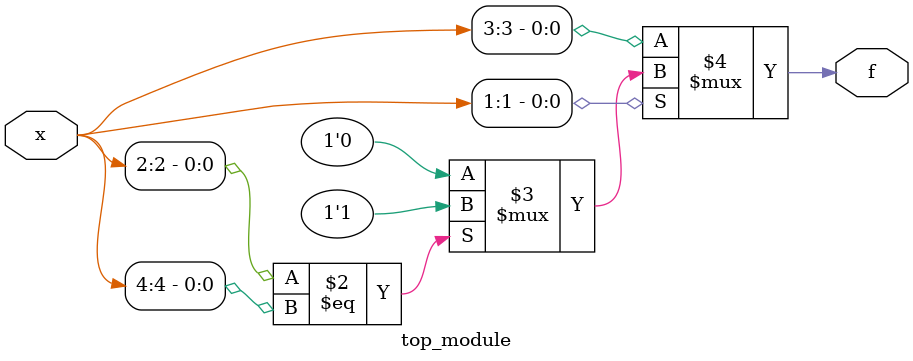
<source format=v>
module top_module (
    input [4:1] x, 
    output f );

    assign f = ~x[1] ? x[3] : ( (x[2]==x[4]) ? 1'b1 : 1'b0 );

endmodule

</source>
